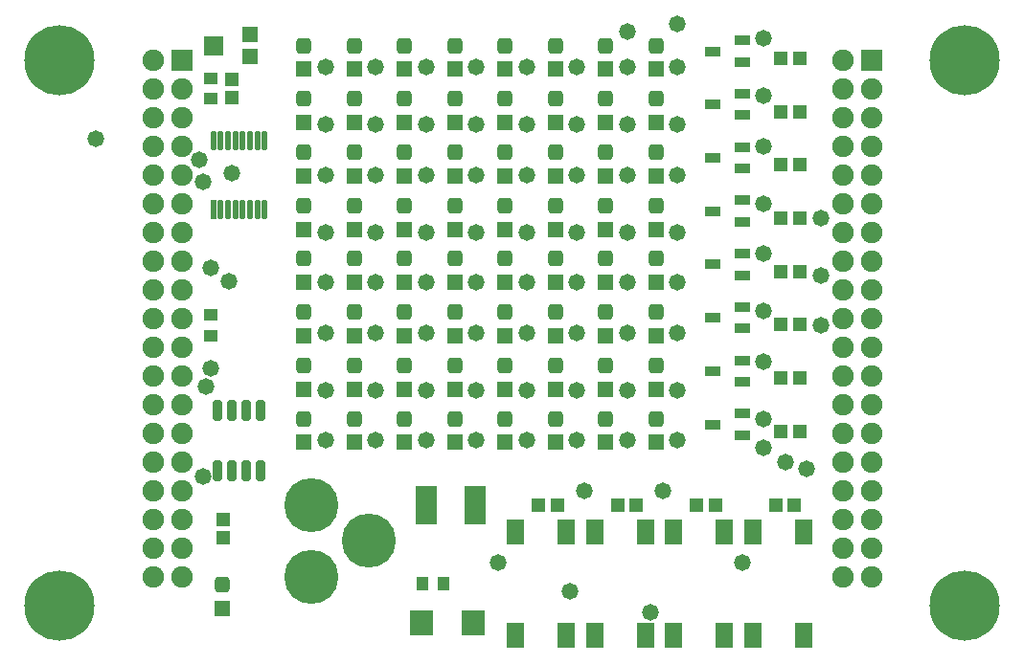
<source format=gts>
G04*
G04 #@! TF.GenerationSoftware,Altium Limited,Altium Designer,21.6.4 (81)*
G04*
G04 Layer_Color=8388736*
%FSLAX25Y25*%
%MOIN*%
G70*
G04*
G04 #@! TF.SameCoordinates,A847D882-0BDF-4909-9EFC-D743794CE1D5*
G04*
G04*
G04 #@! TF.FilePolarity,Negative*
G04*
G01*
G75*
G04:AMPARAMS|DCode=15|XSize=55.24mil|YSize=55.24mil|CornerRadius=15.81mil|HoleSize=0mil|Usage=FLASHONLY|Rotation=270.000|XOffset=0mil|YOffset=0mil|HoleType=Round|Shape=RoundedRectangle|*
%AMROUNDEDRECTD15*
21,1,0.05524,0.02362,0,0,270.0*
21,1,0.02362,0.05524,0,0,270.0*
1,1,0.03162,-0.01181,-0.01181*
1,1,0.03162,-0.01181,0.01181*
1,1,0.03162,0.01181,0.01181*
1,1,0.03162,0.01181,-0.01181*
%
%ADD15ROUNDEDRECTD15*%
%ADD16R,0.05524X0.05524*%
G04:AMPARAMS|DCode=17|XSize=70.21mil|YSize=31.62mil|CornerRadius=6.95mil|HoleSize=0mil|Usage=FLASHONLY|Rotation=270.000|XOffset=0mil|YOffset=0mil|HoleType=Round|Shape=RoundedRectangle|*
%AMROUNDEDRECTD17*
21,1,0.07021,0.01772,0,0,270.0*
21,1,0.05630,0.03162,0,0,270.0*
1,1,0.01391,-0.00886,-0.02815*
1,1,0.01391,-0.00886,0.02815*
1,1,0.01391,0.00886,0.02815*
1,1,0.01391,0.00886,-0.02815*
%
%ADD17ROUNDEDRECTD17*%
%ADD18R,0.05524X0.03359*%
%ADD19R,0.02178X0.07099*%
%ADD20O,0.02178X0.07099*%
%ADD21R,0.06706X0.07099*%
%ADD22R,0.04540X0.04540*%
%ADD23R,0.04540X0.03950*%
%ADD24R,0.04540X0.04540*%
%ADD25R,0.03950X0.04540*%
%ADD26R,0.07808X0.13202*%
%ADD27R,0.07887X0.09068*%
%ADD28R,0.06312X0.09068*%
%ADD29C,0.18800*%
%ADD30R,0.07493X0.07493*%
%ADD31C,0.07493*%
%ADD32C,0.24422*%
%ADD33C,0.05800*%
D15*
X104980Y215002D02*
D03*
Y196430D02*
D03*
Y177859D02*
D03*
Y159288D02*
D03*
Y140716D02*
D03*
Y122145D02*
D03*
Y103573D02*
D03*
Y85002D02*
D03*
X122480Y215002D02*
D03*
Y196430D02*
D03*
Y177859D02*
D03*
Y159288D02*
D03*
Y140716D02*
D03*
Y122145D02*
D03*
Y103573D02*
D03*
Y85002D02*
D03*
X139980Y215002D02*
D03*
Y196430D02*
D03*
Y177859D02*
D03*
Y159288D02*
D03*
Y140716D02*
D03*
Y122145D02*
D03*
Y103573D02*
D03*
Y85002D02*
D03*
X157480Y215002D02*
D03*
Y196430D02*
D03*
Y177859D02*
D03*
Y159288D02*
D03*
Y140716D02*
D03*
Y122145D02*
D03*
Y103573D02*
D03*
Y85002D02*
D03*
X174980Y215002D02*
D03*
Y196430D02*
D03*
Y177859D02*
D03*
Y159288D02*
D03*
Y140716D02*
D03*
Y122145D02*
D03*
Y103573D02*
D03*
Y85002D02*
D03*
X192480Y215002D02*
D03*
Y196430D02*
D03*
Y177859D02*
D03*
Y159288D02*
D03*
Y140716D02*
D03*
Y122145D02*
D03*
Y103573D02*
D03*
Y85002D02*
D03*
X209980Y215002D02*
D03*
Y196430D02*
D03*
Y177859D02*
D03*
Y159288D02*
D03*
Y140716D02*
D03*
Y122145D02*
D03*
Y103573D02*
D03*
Y85002D02*
D03*
X227480Y215002D02*
D03*
Y196430D02*
D03*
Y177859D02*
D03*
Y159288D02*
D03*
Y140716D02*
D03*
Y122145D02*
D03*
Y103573D02*
D03*
Y85002D02*
D03*
X76496Y27163D02*
D03*
D16*
X104980Y206734D02*
D03*
Y188163D02*
D03*
Y169591D02*
D03*
Y151020D02*
D03*
Y132448D02*
D03*
Y113877D02*
D03*
Y95306D02*
D03*
Y76734D02*
D03*
X122480Y206734D02*
D03*
Y188163D02*
D03*
Y169591D02*
D03*
Y151020D02*
D03*
Y132448D02*
D03*
Y113877D02*
D03*
Y95306D02*
D03*
Y76734D02*
D03*
X139980Y206734D02*
D03*
Y188163D02*
D03*
Y169591D02*
D03*
Y151020D02*
D03*
Y132448D02*
D03*
Y113877D02*
D03*
Y95306D02*
D03*
Y76734D02*
D03*
X157480Y206734D02*
D03*
Y188163D02*
D03*
Y169591D02*
D03*
Y151020D02*
D03*
Y132448D02*
D03*
Y113877D02*
D03*
Y95306D02*
D03*
Y76734D02*
D03*
X174980Y206734D02*
D03*
Y188163D02*
D03*
Y169591D02*
D03*
Y151020D02*
D03*
Y132448D02*
D03*
Y113877D02*
D03*
Y95306D02*
D03*
Y76734D02*
D03*
X192480Y206734D02*
D03*
Y188163D02*
D03*
Y169591D02*
D03*
Y151020D02*
D03*
Y132448D02*
D03*
Y113877D02*
D03*
Y95306D02*
D03*
Y76734D02*
D03*
X209980Y206734D02*
D03*
Y188163D02*
D03*
Y169591D02*
D03*
Y151020D02*
D03*
Y132448D02*
D03*
Y113877D02*
D03*
Y95306D02*
D03*
Y76734D02*
D03*
X227480Y206734D02*
D03*
Y188163D02*
D03*
Y169591D02*
D03*
Y151020D02*
D03*
Y132448D02*
D03*
Y113877D02*
D03*
Y95306D02*
D03*
Y76734D02*
D03*
X86378Y211063D02*
D03*
Y218937D02*
D03*
X76496Y18895D02*
D03*
D17*
X90000Y88012D02*
D03*
X85000D02*
D03*
X80000D02*
D03*
X75000D02*
D03*
Y66988D02*
D03*
X80000D02*
D03*
X85000D02*
D03*
X90000D02*
D03*
D18*
X257724Y86773D02*
D03*
Y79293D02*
D03*
X247276Y83033D02*
D03*
X257724Y105345D02*
D03*
Y97865D02*
D03*
X247276Y101605D02*
D03*
X257724Y123916D02*
D03*
Y116436D02*
D03*
X247276Y120176D02*
D03*
X257724Y142488D02*
D03*
Y135007D02*
D03*
X247276Y138748D02*
D03*
X257724Y161059D02*
D03*
Y153579D02*
D03*
X247276Y157319D02*
D03*
X257724Y179630D02*
D03*
Y172150D02*
D03*
X247276Y175890D02*
D03*
X257724Y198202D02*
D03*
Y190722D02*
D03*
X247276Y194462D02*
D03*
X257724Y216773D02*
D03*
Y209293D02*
D03*
X247276Y213033D02*
D03*
D19*
X73543Y157992D02*
D03*
D20*
X76102D02*
D03*
X78661D02*
D03*
X81221D02*
D03*
X83780D02*
D03*
X86339D02*
D03*
X88898D02*
D03*
X91457D02*
D03*
X73543Y182008D02*
D03*
X76102D02*
D03*
X78661D02*
D03*
X81221D02*
D03*
X83780D02*
D03*
X86339D02*
D03*
X88898D02*
D03*
X91457D02*
D03*
D21*
X73583Y215000D02*
D03*
D22*
X80000Y196752D02*
D03*
X79999Y203248D02*
D03*
X76988Y43487D02*
D03*
X76987Y49983D02*
D03*
D23*
X72500Y203543D02*
D03*
Y196457D02*
D03*
Y113957D02*
D03*
Y121043D02*
D03*
D24*
X248248Y55001D02*
D03*
X241752Y55000D02*
D03*
X271004Y210572D02*
D03*
X277500Y210573D02*
D03*
X271004Y173429D02*
D03*
X277500Y173430D02*
D03*
X271004Y192000D02*
D03*
X277500Y192001D02*
D03*
X271004Y80572D02*
D03*
X277500Y80573D02*
D03*
X271004Y117715D02*
D03*
X277500Y117716D02*
D03*
X271004Y136286D02*
D03*
X277500Y136287D02*
D03*
X271004Y154858D02*
D03*
X277500Y154858D02*
D03*
X271004Y99143D02*
D03*
X277500Y99144D02*
D03*
X269252Y55000D02*
D03*
X275748Y55001D02*
D03*
X214252Y55000D02*
D03*
X220748Y55001D02*
D03*
X186752Y55000D02*
D03*
X193248Y55001D02*
D03*
D25*
X146457Y27500D02*
D03*
X153543D02*
D03*
D26*
X164500Y55000D02*
D03*
X147500D02*
D03*
D27*
X145945Y13860D02*
D03*
X164055D02*
D03*
D28*
X261142Y9587D02*
D03*
Y45413D02*
D03*
X278858D02*
D03*
Y9587D02*
D03*
X233642D02*
D03*
Y45413D02*
D03*
X251358D02*
D03*
Y9587D02*
D03*
X206142D02*
D03*
Y45413D02*
D03*
X223858D02*
D03*
Y9587D02*
D03*
X178642D02*
D03*
Y45413D02*
D03*
X196358D02*
D03*
Y9587D02*
D03*
D29*
X107500Y55000D02*
D03*
Y30000D02*
D03*
X127500Y42500D02*
D03*
D30*
X62500Y210000D02*
D03*
X302500D02*
D03*
D31*
X52500D02*
D03*
X62500Y200000D02*
D03*
X52500D02*
D03*
X62500Y190000D02*
D03*
X52500D02*
D03*
X62500Y180000D02*
D03*
X52500D02*
D03*
X62500Y170000D02*
D03*
X52500D02*
D03*
X62500Y160000D02*
D03*
X52500D02*
D03*
X62500Y150000D02*
D03*
X52500D02*
D03*
X62500Y140000D02*
D03*
X52500D02*
D03*
X62500Y130000D02*
D03*
X52500D02*
D03*
X62500Y120000D02*
D03*
X52500D02*
D03*
X62500Y110000D02*
D03*
X52500D02*
D03*
X62500Y100000D02*
D03*
X52500D02*
D03*
X62500Y90000D02*
D03*
X52500D02*
D03*
X62500Y80000D02*
D03*
X52500D02*
D03*
X62500Y70000D02*
D03*
X52500D02*
D03*
X62500Y60000D02*
D03*
X52500D02*
D03*
X62500Y50000D02*
D03*
X52500D02*
D03*
X62500Y40000D02*
D03*
X52500D02*
D03*
X62500Y30000D02*
D03*
X52500D02*
D03*
X292500Y210000D02*
D03*
X302500Y200000D02*
D03*
X292500D02*
D03*
X302500Y190000D02*
D03*
X292500D02*
D03*
X302500Y180000D02*
D03*
X292500D02*
D03*
X302500Y170000D02*
D03*
X292500D02*
D03*
X302500Y160000D02*
D03*
X292500D02*
D03*
X302500Y150000D02*
D03*
X292500D02*
D03*
X302500Y140000D02*
D03*
X292500D02*
D03*
X302500Y130000D02*
D03*
X292500D02*
D03*
X302500Y120000D02*
D03*
X292500D02*
D03*
X302500Y110000D02*
D03*
X292500D02*
D03*
X302500Y100000D02*
D03*
X292500D02*
D03*
X302500Y90000D02*
D03*
X292500D02*
D03*
X302500Y80000D02*
D03*
X292500D02*
D03*
X302500Y70000D02*
D03*
X292500D02*
D03*
X302500Y60000D02*
D03*
X292500D02*
D03*
X302500Y50000D02*
D03*
X292500D02*
D03*
X302500Y40000D02*
D03*
X292500D02*
D03*
X302500Y30000D02*
D03*
X292500D02*
D03*
D32*
X20000Y210000D02*
D03*
X335000D02*
D03*
Y20000D02*
D03*
X20000D02*
D03*
D33*
X70000Y65000D02*
D03*
X71100Y96100D02*
D03*
X72500Y102500D02*
D03*
X68690Y175244D02*
D03*
X280000Y67500D02*
D03*
X272500Y70000D02*
D03*
X265000Y85000D02*
D03*
Y160000D02*
D03*
Y217500D02*
D03*
X78904Y132716D02*
D03*
X235000Y222500D02*
D03*
X217500Y220000D02*
D03*
X80000Y170474D02*
D03*
X72505Y137495D02*
D03*
X70000Y167500D02*
D03*
X235000Y207500D02*
D03*
X217500D02*
D03*
X235000Y187500D02*
D03*
X217500D02*
D03*
X235000Y170000D02*
D03*
X217500D02*
D03*
X235000Y150000D02*
D03*
X217500D02*
D03*
X235000Y132500D02*
D03*
X217500D02*
D03*
X235000Y115000D02*
D03*
X217500D02*
D03*
X235000Y95000D02*
D03*
X217500D02*
D03*
X235000Y77500D02*
D03*
X217500D02*
D03*
X200000D02*
D03*
X182500D02*
D03*
X165000D02*
D03*
Y95000D02*
D03*
X182500D02*
D03*
X200000D02*
D03*
Y115000D02*
D03*
X182500D02*
D03*
X165000D02*
D03*
Y132500D02*
D03*
X182500D02*
D03*
X200000D02*
D03*
Y150000D02*
D03*
X182500D02*
D03*
X165000D02*
D03*
X200000Y170000D02*
D03*
X182500D02*
D03*
X200000Y187500D02*
D03*
X165000D02*
D03*
X182500D02*
D03*
X200000Y207500D02*
D03*
X182500D02*
D03*
X165000D02*
D03*
X147500D02*
D03*
Y187500D02*
D03*
Y170000D02*
D03*
Y150000D02*
D03*
Y132500D02*
D03*
Y115000D02*
D03*
Y95000D02*
D03*
Y77500D02*
D03*
X112500D02*
D03*
X130000D02*
D03*
X112500Y115000D02*
D03*
X130000D02*
D03*
Y132500D02*
D03*
X112500Y150000D02*
D03*
X130000D02*
D03*
Y170000D02*
D03*
Y187500D02*
D03*
Y207500D02*
D03*
X112500Y95000D02*
D03*
Y132500D02*
D03*
Y170000D02*
D03*
Y187500D02*
D03*
Y207500D02*
D03*
X265000Y105000D02*
D03*
X230000Y60000D02*
D03*
X202500D02*
D03*
X197500Y25000D02*
D03*
X225657Y17500D02*
D03*
X172500Y35000D02*
D03*
X265000Y75000D02*
D03*
X257500Y35000D02*
D03*
X32500Y182500D02*
D03*
X285000Y117500D02*
D03*
Y135000D02*
D03*
X165000Y170000D02*
D03*
X130000Y95000D02*
D03*
X285000Y155000D02*
D03*
X265000Y122500D02*
D03*
Y142500D02*
D03*
Y180000D02*
D03*
Y197500D02*
D03*
M02*

</source>
